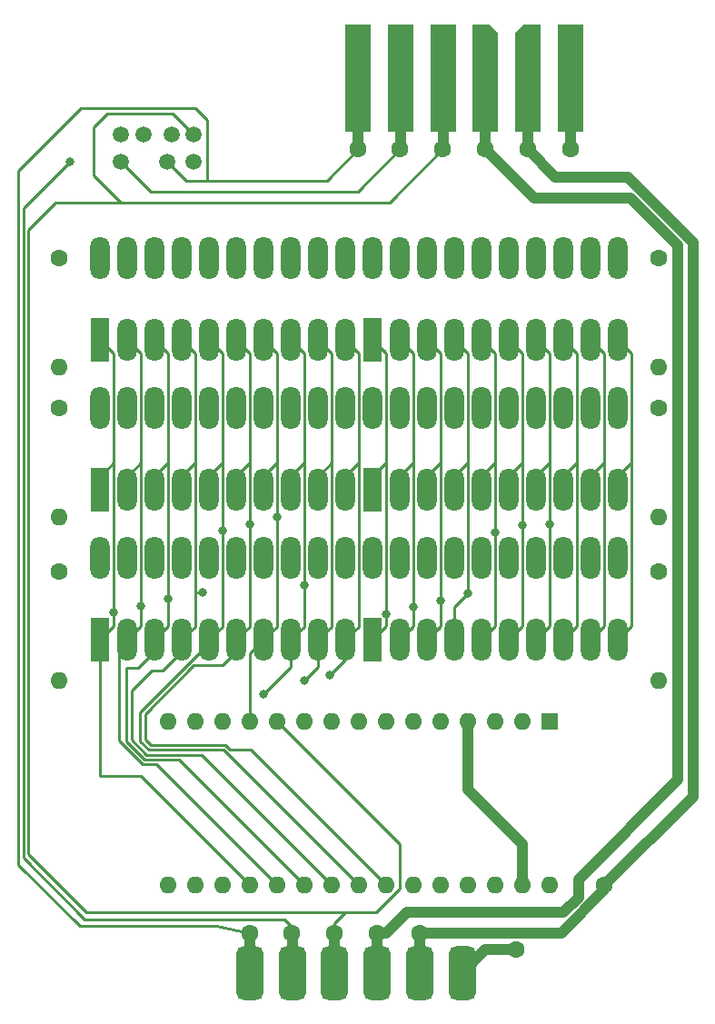
<source format=gbr>
%TF.GenerationSoftware,KiCad,Pcbnew,7.0.10-7.0.10~ubuntu20.04.1*%
%TF.CreationDate,2024-02-04T15:22:37+01:00*%
%TF.ProjectId,tapeadj,74617065-6164-46a2-9e6b-696361645f70,1.0*%
%TF.SameCoordinates,Original*%
%TF.FileFunction,Copper,L1,Top*%
%TF.FilePolarity,Positive*%
%FSLAX46Y46*%
G04 Gerber Fmt 4.6, Leading zero omitted, Abs format (unit mm)*
G04 Created by KiCad (PCBNEW 7.0.10-7.0.10~ubuntu20.04.1) date 2024-02-04 15:22:37*
%MOMM*%
%LPD*%
G01*
G04 APERTURE LIST*
G04 Aperture macros list*
%AMRoundRect*
0 Rectangle with rounded corners*
0 $1 Rounding radius*
0 $2 $3 $4 $5 $6 $7 $8 $9 X,Y pos of 4 corners*
0 Add a 4 corners polygon primitive as box body*
4,1,4,$2,$3,$4,$5,$6,$7,$8,$9,$2,$3,0*
0 Add four circle primitives for the rounded corners*
1,1,$1+$1,$2,$3*
1,1,$1+$1,$4,$5*
1,1,$1+$1,$6,$7*
1,1,$1+$1,$8,$9*
0 Add four rect primitives between the rounded corners*
20,1,$1+$1,$2,$3,$4,$5,0*
20,1,$1+$1,$4,$5,$6,$7,0*
20,1,$1+$1,$6,$7,$8,$9,0*
20,1,$1+$1,$8,$9,$2,$3,0*%
%AMOutline5P*
0 Free polygon, 5 corners , with rotation*
0 The origin of the aperture is its center*
0 number of corners: always 5*
0 $1 to $10 corner X, Y*
0 $11 Rotation angle, in degrees counterclockwise*
0 create outline with 5 corners*
4,1,5,$1,$2,$3,$4,$5,$6,$7,$8,$9,$10,$1,$2,$11*%
%AMOutline6P*
0 Free polygon, 6 corners , with rotation*
0 The origin of the aperture is its center*
0 number of corners: always 6*
0 $1 to $12 corner X, Y*
0 $13 Rotation angle, in degrees counterclockwise*
0 create outline with 6 corners*
4,1,6,$1,$2,$3,$4,$5,$6,$7,$8,$9,$10,$11,$12,$1,$2,$13*%
%AMOutline7P*
0 Free polygon, 7 corners , with rotation*
0 The origin of the aperture is its center*
0 number of corners: always 7*
0 $1 to $14 corner X, Y*
0 $15 Rotation angle, in degrees counterclockwise*
0 create outline with 7 corners*
4,1,7,$1,$2,$3,$4,$5,$6,$7,$8,$9,$10,$11,$12,$13,$14,$1,$2,$15*%
%AMOutline8P*
0 Free polygon, 8 corners , with rotation*
0 The origin of the aperture is its center*
0 number of corners: always 8*
0 $1 to $16 corner X, Y*
0 $17 Rotation angle, in degrees counterclockwise*
0 create outline with 8 corners*
4,1,8,$1,$2,$3,$4,$5,$6,$7,$8,$9,$10,$11,$12,$13,$14,$15,$16,$1,$2,$17*%
G04 Aperture macros list end*
%TA.AperFunction,SMDPad,CuDef*%
%ADD10RoundRect,0.625000X-0.625000X-1.875000X0.625000X-1.875000X0.625000X1.875000X-0.625000X1.875000X0*%
%TD*%
%TA.AperFunction,ComponentPad*%
%ADD11C,1.600000*%
%TD*%
%TA.AperFunction,ComponentPad*%
%ADD12O,1.600000X1.600000*%
%TD*%
%TA.AperFunction,ComponentPad*%
%ADD13R,1.800000X4.032000*%
%TD*%
%TA.AperFunction,ComponentPad*%
%ADD14O,1.800000X4.000000*%
%TD*%
%TA.AperFunction,SMDPad,CuDef*%
%ADD15R,2.410000X10.000000*%
%TD*%
%TA.AperFunction,SMDPad,CuDef*%
%ADD16Outline5P,-1.205000X4.156500X-0.361500X5.000000X1.205000X5.000000X1.205000X-5.000000X-1.205000X-5.000000X0.000000*%
%TD*%
%TA.AperFunction,SMDPad,CuDef*%
%ADD17Outline5P,-1.205000X5.000000X0.361500X5.000000X1.205000X4.156500X1.205000X-5.000000X-1.205000X-5.000000X0.000000*%
%TD*%
%TA.AperFunction,ComponentPad*%
%ADD18R,1.600000X1.600000*%
%TD*%
%TA.AperFunction,ComponentPad*%
%ADD19C,1.500000*%
%TD*%
%TA.AperFunction,ViaPad*%
%ADD20C,1.600000*%
%TD*%
%TA.AperFunction,ViaPad*%
%ADD21C,0.800000*%
%TD*%
%TA.AperFunction,Conductor*%
%ADD22C,1.000000*%
%TD*%
%TA.AperFunction,Conductor*%
%ADD23C,0.250000*%
%TD*%
%TA.AperFunction,Conductor*%
%ADD24C,0.254000*%
%TD*%
G04 APERTURE END LIST*
D10*
%TO.P,CN1,1*%
%TO.N,GND*%
X106127556Y-113575170D03*
%TO.P,CN1,2*%
%TO.N,+5V*%
X102167556Y-113575170D03*
%TO.P,CN1,3*%
%TO.N,/CASS_MOTOR*%
X98207556Y-113575170D03*
%TO.P,CN1,4*%
%TO.N,/CASS_RD*%
X94247556Y-113575170D03*
%TO.P,CN1,5*%
%TO.N,/CASS_WRT*%
X90287556Y-113575170D03*
%TO.P,CN1,6*%
%TO.N,/CASS_SENSE*%
X86327556Y-113575170D03*
%TD*%
D11*
%TO.P,R4,1*%
%TO.N,Net-(BAR4-K-Pad11)*%
X124460000Y-60960000D03*
D12*
%TO.P,R4,2*%
%TO.N,/BAR4*%
X124460000Y-71120000D03*
%TD*%
D11*
%TO.P,R6,1*%
%TO.N,Net-(BAR6-K-Pad11)*%
X124460000Y-76200000D03*
D12*
%TO.P,R6,2*%
%TO.N,/BAR6*%
X124460000Y-86360000D03*
%TD*%
D13*
%TO.P,BAR4,1,A*%
%TO.N,/LED0*%
X97790000Y-68580000D03*
D14*
%TO.P,BAR4,2,A*%
%TO.N,/LED1*%
X100330000Y-68580000D03*
%TO.P,BAR4,3,A*%
%TO.N,/LED2*%
X102870000Y-68580000D03*
%TO.P,BAR4,4,A*%
%TO.N,/LED3*%
X105410000Y-68580000D03*
%TO.P,BAR4,5,A*%
%TO.N,/LED4*%
X107950000Y-68580000D03*
%TO.P,BAR4,6,A*%
%TO.N,/LED5*%
X110490000Y-68580000D03*
%TO.P,BAR4,7,A*%
%TO.N,/LED6*%
X113030000Y-68580000D03*
%TO.P,BAR4,8,A*%
%TO.N,/LED7*%
X115570000Y-68580000D03*
%TO.P,BAR4,9,A*%
%TO.N,/LED8*%
X118110000Y-68580000D03*
%TO.P,BAR4,10,A*%
%TO.N,/LED9*%
X120650000Y-68580000D03*
%TO.P,BAR4,11,K*%
%TO.N,Net-(BAR4-K-Pad11)*%
X120650000Y-60960000D03*
%TO.P,BAR4,12,K*%
X118110000Y-60960000D03*
%TO.P,BAR4,13,K*%
X115570000Y-60960000D03*
%TO.P,BAR4,14,K*%
X113030000Y-60960000D03*
%TO.P,BAR4,15,K*%
X110490000Y-60960000D03*
%TO.P,BAR4,16,K*%
X107950000Y-60960000D03*
%TO.P,BAR4,17,K*%
X105410000Y-60960000D03*
%TO.P,BAR4,18,K*%
X102870000Y-60960000D03*
%TO.P,BAR4,19,K*%
X100330000Y-60960000D03*
%TO.P,BAR4,20,K*%
X97790000Y-60960000D03*
%TD*%
D11*
%TO.P,R3,1*%
%TO.N,Net-(BAR3-K-Pad11)*%
X68580000Y-60960000D03*
D12*
%TO.P,R3,2*%
%TO.N,/BAR3*%
X68580000Y-71120000D03*
%TD*%
D13*
%TO.P,BAR2,1,A*%
%TO.N,/LED0*%
X97790000Y-54610000D03*
D14*
%TO.P,BAR2,2,A*%
%TO.N,/LED1*%
X100330000Y-54610000D03*
%TO.P,BAR2,3,A*%
%TO.N,/LED2*%
X102870000Y-54610000D03*
%TO.P,BAR2,4,A*%
%TO.N,/LED3*%
X105410000Y-54610000D03*
%TO.P,BAR2,5,A*%
%TO.N,/LED4*%
X107950000Y-54610000D03*
%TO.P,BAR2,6,A*%
%TO.N,/LED5*%
X110490000Y-54610000D03*
%TO.P,BAR2,7,A*%
%TO.N,/LED6*%
X113030000Y-54610000D03*
%TO.P,BAR2,8,A*%
%TO.N,/LED7*%
X115570000Y-54610000D03*
%TO.P,BAR2,9,A*%
%TO.N,/LED8*%
X118110000Y-54610000D03*
%TO.P,BAR2,10,A*%
%TO.N,/LED9*%
X120650000Y-54610000D03*
%TO.P,BAR2,11,K*%
%TO.N,Net-(BAR2-K-Pad11)*%
X120650000Y-46990000D03*
%TO.P,BAR2,12,K*%
X118110000Y-46990000D03*
%TO.P,BAR2,13,K*%
X115570000Y-46990000D03*
%TO.P,BAR2,14,K*%
X113030000Y-46990000D03*
%TO.P,BAR2,15,K*%
X110490000Y-46990000D03*
%TO.P,BAR2,16,K*%
X107950000Y-46990000D03*
%TO.P,BAR2,17,K*%
X105410000Y-46990000D03*
%TO.P,BAR2,18,K*%
X102870000Y-46990000D03*
%TO.P,BAR2,19,K*%
X100330000Y-46990000D03*
%TO.P,BAR2,20,K*%
X97790000Y-46990000D03*
%TD*%
D13*
%TO.P,BAR1,1,A*%
%TO.N,/LED0*%
X72390000Y-54610000D03*
D14*
%TO.P,BAR1,2,A*%
%TO.N,/LED1*%
X74930000Y-54610000D03*
%TO.P,BAR1,3,A*%
%TO.N,/LED2*%
X77470000Y-54610000D03*
%TO.P,BAR1,4,A*%
%TO.N,/LED3*%
X80010000Y-54610000D03*
%TO.P,BAR1,5,A*%
%TO.N,/LED4*%
X82550000Y-54610000D03*
%TO.P,BAR1,6,A*%
%TO.N,/LED5*%
X85090000Y-54610000D03*
%TO.P,BAR1,7,A*%
%TO.N,/LED6*%
X87630000Y-54610000D03*
%TO.P,BAR1,8,A*%
%TO.N,/LED7*%
X90170000Y-54610000D03*
%TO.P,BAR1,9,A*%
%TO.N,/LED8*%
X92710000Y-54610000D03*
%TO.P,BAR1,10,A*%
%TO.N,/LED9*%
X95250000Y-54610000D03*
%TO.P,BAR1,11,K*%
%TO.N,Net-(BAR1-K-Pad11)*%
X95250000Y-46990000D03*
%TO.P,BAR1,12,K*%
X92710000Y-46990000D03*
%TO.P,BAR1,13,K*%
X90170000Y-46990000D03*
%TO.P,BAR1,14,K*%
X87630000Y-46990000D03*
%TO.P,BAR1,15,K*%
X85090000Y-46990000D03*
%TO.P,BAR1,16,K*%
X82550000Y-46990000D03*
%TO.P,BAR1,17,K*%
X80010000Y-46990000D03*
%TO.P,BAR1,18,K*%
X77470000Y-46990000D03*
%TO.P,BAR1,19,K*%
X74930000Y-46990000D03*
%TO.P,BAR1,20,K*%
X72390000Y-46990000D03*
%TD*%
D15*
%TO.P,CN2,1*%
%TO.N,GND*%
X116228045Y-30181520D03*
D16*
%TO.P,CN2,2*%
%TO.N,+5V*%
X112268045Y-30181520D03*
D17*
%TO.P,CN2,3*%
%TO.N,/CASS_MOTOR*%
X108308045Y-30181520D03*
D15*
%TO.P,CN2,4*%
%TO.N,/CASS_RD*%
X104348045Y-30181520D03*
%TO.P,CN2,5*%
%TO.N,/CASS_WRT*%
X100388045Y-30181520D03*
%TO.P,CN2,6*%
%TO.N,/CASS_SENSE*%
X96428045Y-30181520D03*
%TD*%
D11*
%TO.P,R5,1*%
%TO.N,Net-(BAR5-K-Pad11)*%
X68580000Y-76200000D03*
D12*
%TO.P,R5,2*%
%TO.N,/BAR5*%
X68580000Y-86360000D03*
%TD*%
D13*
%TO.P,BAR6,1,A*%
%TO.N,/LED0*%
X97790000Y-82550000D03*
D14*
%TO.P,BAR6,2,A*%
%TO.N,/LED1*%
X100330000Y-82550000D03*
%TO.P,BAR6,3,A*%
%TO.N,/LED2*%
X102870000Y-82550000D03*
%TO.P,BAR6,4,A*%
%TO.N,/LED3*%
X105410000Y-82550000D03*
%TO.P,BAR6,5,A*%
%TO.N,/LED4*%
X107950000Y-82550000D03*
%TO.P,BAR6,6,A*%
%TO.N,/LED5*%
X110490000Y-82550000D03*
%TO.P,BAR6,7,A*%
%TO.N,/LED6*%
X113030000Y-82550000D03*
%TO.P,BAR6,8,A*%
%TO.N,/LED7*%
X115570000Y-82550000D03*
%TO.P,BAR6,9,A*%
%TO.N,/LED8*%
X118110000Y-82550000D03*
%TO.P,BAR6,10,A*%
%TO.N,/LED9*%
X120650000Y-82550000D03*
%TO.P,BAR6,11,K*%
%TO.N,Net-(BAR6-K-Pad11)*%
X120650000Y-74930000D03*
%TO.P,BAR6,12,K*%
X118110000Y-74930000D03*
%TO.P,BAR6,13,K*%
X115570000Y-74930000D03*
%TO.P,BAR6,14,K*%
X113030000Y-74930000D03*
%TO.P,BAR6,15,K*%
X110490000Y-74930000D03*
%TO.P,BAR6,16,K*%
X107950000Y-74930000D03*
%TO.P,BAR6,17,K*%
X105410000Y-74930000D03*
%TO.P,BAR6,18,K*%
X102870000Y-74930000D03*
%TO.P,BAR6,19,K*%
X100330000Y-74930000D03*
%TO.P,BAR6,20,K*%
X97790000Y-74930000D03*
%TD*%
D13*
%TO.P,BAR3,1,A*%
%TO.N,/LED0*%
X72390000Y-68580000D03*
D14*
%TO.P,BAR3,2,A*%
%TO.N,/LED1*%
X74930000Y-68580000D03*
%TO.P,BAR3,3,A*%
%TO.N,/LED2*%
X77470000Y-68580000D03*
%TO.P,BAR3,4,A*%
%TO.N,/LED3*%
X80010000Y-68580000D03*
%TO.P,BAR3,5,A*%
%TO.N,/LED4*%
X82550000Y-68580000D03*
%TO.P,BAR3,6,A*%
%TO.N,/LED5*%
X85090000Y-68580000D03*
%TO.P,BAR3,7,A*%
%TO.N,/LED6*%
X87630000Y-68580000D03*
%TO.P,BAR3,8,A*%
%TO.N,/LED7*%
X90170000Y-68580000D03*
%TO.P,BAR3,9,A*%
%TO.N,/LED8*%
X92710000Y-68580000D03*
%TO.P,BAR3,10,A*%
%TO.N,/LED9*%
X95250000Y-68580000D03*
%TO.P,BAR3,11,K*%
%TO.N,Net-(BAR3-K-Pad11)*%
X95250000Y-60960000D03*
%TO.P,BAR3,12,K*%
X92710000Y-60960000D03*
%TO.P,BAR3,13,K*%
X90170000Y-60960000D03*
%TO.P,BAR3,14,K*%
X87630000Y-60960000D03*
%TO.P,BAR3,15,K*%
X85090000Y-60960000D03*
%TO.P,BAR3,16,K*%
X82550000Y-60960000D03*
%TO.P,BAR3,17,K*%
X80010000Y-60960000D03*
%TO.P,BAR3,18,K*%
X77470000Y-60960000D03*
%TO.P,BAR3,19,K*%
X74930000Y-60960000D03*
%TO.P,BAR3,20,K*%
X72390000Y-60960000D03*
%TD*%
D11*
%TO.P,R2,1*%
%TO.N,Net-(BAR2-K-Pad11)*%
X124460000Y-46990000D03*
D12*
%TO.P,R2,2*%
%TO.N,/BAR2*%
X124460000Y-57150000D03*
%TD*%
D18*
%TO.P,A1,1,D1/TX*%
%TO.N,unconnected-(A1-D1{slash}TX-Pad1)*%
X114300000Y-90180000D03*
D12*
%TO.P,A1,2,D0/RX*%
%TO.N,unconnected-(A1-D0{slash}RX-Pad2)*%
X111760000Y-90180000D03*
%TO.P,A1,3,~{RESET}*%
%TO.N,unconnected-(A1-~{RESET}-Pad3)*%
X109220000Y-90180000D03*
%TO.P,A1,4,GND*%
%TO.N,GND*%
X106680000Y-90180000D03*
%TO.P,A1,5,D2*%
%TO.N,/BAR1*%
X104140000Y-90180000D03*
%TO.P,A1,6,D3*%
%TO.N,/BAR2*%
X101600000Y-90180000D03*
%TO.P,A1,7,D4*%
%TO.N,/BAR3*%
X99060000Y-90180000D03*
%TO.P,A1,8,D5*%
%TO.N,/BAR4*%
X96520000Y-90180000D03*
%TO.P,A1,9,D6*%
%TO.N,/BAR5*%
X93980000Y-90180000D03*
%TO.P,A1,10,D7*%
%TO.N,/BAR6*%
X91440000Y-90180000D03*
%TO.P,A1,11,D8*%
%TO.N,/CASS_RD*%
X88900000Y-90180000D03*
%TO.P,A1,12,D9*%
%TO.N,/LED6*%
X86360000Y-90180000D03*
%TO.P,A1,13,D10*%
%TO.N,/LED7*%
X83820000Y-90180000D03*
%TO.P,A1,14,D11*%
%TO.N,/LED8*%
X81280000Y-90180000D03*
%TO.P,A1,15,D12*%
%TO.N,/LED9*%
X78740000Y-90180000D03*
%TO.P,A1,16,D13*%
%TO.N,unconnected-(A1-D13-Pad16)*%
X78740000Y-105420000D03*
%TO.P,A1,17,3V3*%
%TO.N,unconnected-(A1-3V3-Pad17)*%
X81280000Y-105420000D03*
%TO.P,A1,18,AREF*%
%TO.N,unconnected-(A1-AREF-Pad18)*%
X83820000Y-105420000D03*
%TO.P,A1,19,A0*%
%TO.N,/LED0*%
X86360000Y-105420000D03*
%TO.P,A1,20,A1*%
%TO.N,/LED1*%
X88900000Y-105420000D03*
%TO.P,A1,21,A2*%
%TO.N,/LED2*%
X91440000Y-105420000D03*
%TO.P,A1,22,A3*%
%TO.N,/LED3*%
X93980000Y-105420000D03*
%TO.P,A1,23,A4*%
%TO.N,/LED4*%
X96520000Y-105420000D03*
%TO.P,A1,24,A5*%
%TO.N,/LED5*%
X99060000Y-105420000D03*
%TO.P,A1,25,A6*%
%TO.N,unconnected-(A1-A6-Pad25)*%
X101600000Y-105420000D03*
%TO.P,A1,26,A7*%
%TO.N,unconnected-(A1-A7-Pad26)*%
X104140000Y-105420000D03*
%TO.P,A1,27,+5V*%
%TO.N,unconnected-(A1-+5V-Pad27)*%
X106680000Y-105420000D03*
%TO.P,A1,28,~{RESET}*%
%TO.N,unconnected-(A1-~{RESET}-Pad28)*%
X109220000Y-105420000D03*
%TO.P,A1,29,GND*%
%TO.N,GND*%
X111760000Y-105420000D03*
%TO.P,A1,30,VIN*%
%TO.N,+5V*%
X114300000Y-105420000D03*
%TD*%
D11*
%TO.P,R1,1*%
%TO.N,Net-(BAR1-K-Pad11)*%
X68580000Y-46990000D03*
D12*
%TO.P,R1,2*%
%TO.N,/BAR1*%
X68580000Y-57150000D03*
%TD*%
D19*
%TO.P,CN3,1,Pin_1*%
%TO.N,GND*%
X76424000Y-35473000D03*
%TO.P,CN3,2,Pin_2*%
%TO.N,+5V*%
X79024000Y-35473000D03*
%TO.P,CN3,3,Pin_3*%
%TO.N,/CASS_MOTOR*%
X74324000Y-35473000D03*
%TO.P,CN3,4,Pin_4*%
%TO.N,/CASS_RD*%
X81124000Y-35473000D03*
%TO.P,CN3,5,Pin_5*%
%TO.N,/CASS_WRT*%
X74324000Y-37973000D03*
%TO.P,CN3,6,Pin_6*%
%TO.N,/CASS_SENSE*%
X78624000Y-37973000D03*
%TO.P,CN3,7,Pin_7*%
%TO.N,GND*%
X81124000Y-37973000D03*
%TD*%
D13*
%TO.P,BAR5,1,A*%
%TO.N,/LED0*%
X72390000Y-82550000D03*
D14*
%TO.P,BAR5,2,A*%
%TO.N,/LED1*%
X74930000Y-82550000D03*
%TO.P,BAR5,3,A*%
%TO.N,/LED2*%
X77470000Y-82550000D03*
%TO.P,BAR5,4,A*%
%TO.N,/LED3*%
X80010000Y-82550000D03*
%TO.P,BAR5,5,A*%
%TO.N,/LED4*%
X82550000Y-82550000D03*
%TO.P,BAR5,6,A*%
%TO.N,/LED5*%
X85090000Y-82550000D03*
%TO.P,BAR5,7,A*%
%TO.N,/LED6*%
X87630000Y-82550000D03*
%TO.P,BAR5,8,A*%
%TO.N,/LED7*%
X90170000Y-82550000D03*
%TO.P,BAR5,9,A*%
%TO.N,/LED8*%
X92710000Y-82550000D03*
%TO.P,BAR5,10,A*%
%TO.N,/LED9*%
X95250000Y-82550000D03*
%TO.P,BAR5,11,K*%
%TO.N,Net-(BAR5-K-Pad11)*%
X95250000Y-74930000D03*
%TO.P,BAR5,12,K*%
X92710000Y-74930000D03*
%TO.P,BAR5,13,K*%
X90170000Y-74930000D03*
%TO.P,BAR5,14,K*%
X87630000Y-74930000D03*
%TO.P,BAR5,15,K*%
X85090000Y-74930000D03*
%TO.P,BAR5,16,K*%
X82550000Y-74930000D03*
%TO.P,BAR5,17,K*%
X80010000Y-74930000D03*
%TO.P,BAR5,18,K*%
X77470000Y-74930000D03*
%TO.P,BAR5,19,K*%
X74930000Y-74930000D03*
%TO.P,BAR5,20,K*%
X72390000Y-74930000D03*
%TD*%
D20*
%TO.N,GND*%
X116234353Y-36830000D03*
X111183182Y-111405000D03*
%TO.N,+5V*%
X112221649Y-36830000D03*
X102176624Y-109855000D03*
X119380000Y-105410000D03*
%TO.N,/CASS_MOTOR*%
X98201227Y-109855000D03*
X108266980Y-36830000D03*
D21*
%TO.N,/CASS_WRT*%
X69596000Y-37973000D03*
D20*
X90252519Y-109855000D03*
X100332771Y-36830000D03*
D21*
%TO.N,/LED6*%
X114300000Y-71755000D03*
X88900000Y-71120000D03*
%TO.N,/LED7*%
X87630000Y-87630000D03*
X91440000Y-77470000D03*
%TO.N,/LED8*%
X91440000Y-86360000D03*
%TO.N,/LED9*%
X93802555Y-85865000D03*
%TO.N,/LED0*%
X99060000Y-80152000D03*
X73660000Y-80010000D03*
%TO.N,/LED1*%
X76200000Y-79375000D03*
X101600000Y-79517000D03*
%TO.N,/LED2*%
X78740000Y-78740000D03*
X104140000Y-78882000D03*
D20*
%TO.N,/CASS_SENSE*%
X96436137Y-36830000D03*
X86360000Y-109855000D03*
%TO.N,/CASS_RD*%
X94247556Y-109855000D03*
X104328893Y-36830000D03*
D21*
%TO.N,/LED3*%
X81915000Y-78105000D03*
X106680000Y-78247000D03*
%TO.N,/LED4*%
X109220000Y-72532000D03*
X83820000Y-72390000D03*
%TO.N,/LED5*%
X86360000Y-71755000D03*
X111760000Y-71897000D03*
%TD*%
D22*
%TO.N,GND*%
X108297726Y-111405000D02*
X111183182Y-111405000D01*
X111760000Y-101600000D02*
X106680000Y-96520000D01*
X116228045Y-30181520D02*
X116228045Y-36823692D01*
X116228045Y-36823692D02*
X116234353Y-36830000D01*
X111760000Y-105420000D02*
X111760000Y-101600000D01*
X106680000Y-96520000D02*
X106680000Y-90180000D01*
X106127556Y-113575170D02*
X108297726Y-111405000D01*
%TO.N,+5V*%
X102176624Y-109855000D02*
X102176624Y-113566102D01*
X112268045Y-30181520D02*
X112268045Y-36783604D01*
X119380000Y-105837056D02*
X119380000Y-105410000D01*
X115362056Y-109855000D02*
X119380000Y-105837056D01*
X102176624Y-109855000D02*
X115362056Y-109855000D01*
X127635000Y-45512056D02*
X121539295Y-39416351D01*
X114808000Y-39416351D02*
X112221649Y-36830000D01*
X119380000Y-105410000D02*
X127635000Y-97155000D01*
X127635000Y-97155000D02*
X127635000Y-45512056D01*
X102176624Y-113566102D02*
X102167556Y-113575170D01*
X112268045Y-36783604D02*
X112221649Y-36830000D01*
X121539295Y-39416351D02*
X114808000Y-39416351D01*
%TO.N,/CASS_MOTOR*%
X108308045Y-30181520D02*
X108308045Y-36788935D01*
X121827888Y-41402000D02*
X112838980Y-41402000D01*
X116953161Y-106566839D02*
X116953161Y-104888161D01*
X112838980Y-41402000D02*
X108266980Y-36830000D01*
X98201227Y-109855000D02*
X99060000Y-109855000D01*
X126255444Y-95585877D02*
X126255444Y-45829556D01*
X98207556Y-109861329D02*
X98201227Y-109855000D01*
X115570000Y-107950000D02*
X116953161Y-106566839D01*
X108308045Y-36788935D02*
X108266980Y-36830000D01*
X99060000Y-109855000D02*
X100965000Y-107950000D01*
X100965000Y-107950000D02*
X115570000Y-107950000D01*
X116953161Y-104888161D02*
X126255444Y-95585877D01*
X126255444Y-45829556D02*
X121827888Y-41402000D01*
X98207556Y-113575170D02*
X98207556Y-109861329D01*
D23*
%TO.N,/CASS_WRT*%
X79052000Y-40767000D02*
X77118000Y-40767000D01*
D22*
X90287556Y-113575170D02*
X90287556Y-109890037D01*
D24*
X65224000Y-42345000D02*
X69596000Y-37973000D01*
D22*
X100388045Y-30181520D02*
X100388045Y-36774726D01*
D24*
X90252519Y-109302519D02*
X89535000Y-108585000D01*
D22*
X90287556Y-109890037D02*
X90252519Y-109855000D01*
D24*
X89535000Y-108585000D02*
X70939000Y-108585000D01*
D23*
X77118000Y-40767000D02*
X74324000Y-37973000D01*
D22*
X100388045Y-36774726D02*
X100332771Y-36830000D01*
D24*
X70939000Y-108585000D02*
X65224000Y-102870000D01*
X65224000Y-102870000D02*
X65224000Y-44638052D01*
D23*
X96395771Y-40767000D02*
X79052000Y-40767000D01*
D24*
X90252519Y-109855000D02*
X90252519Y-109302519D01*
X65224000Y-44638052D02*
X65224000Y-42345000D01*
D23*
X100332771Y-36830000D02*
X96395771Y-40767000D01*
D24*
%TO.N,/LED6*%
X114300000Y-81280000D02*
X114300000Y-66040000D01*
X87630000Y-54610000D02*
X88900000Y-55880000D01*
X88900000Y-66040000D02*
X88900000Y-71120000D01*
X88900000Y-71120000D02*
X88900000Y-81315500D01*
D23*
X86360000Y-83820000D02*
X87630000Y-82550000D01*
D24*
X114300000Y-55880000D02*
X113030000Y-54610000D01*
X87737500Y-67167000D02*
X87737500Y-68580000D01*
X114300000Y-66040000D02*
X114300000Y-55880000D01*
X113030000Y-82550000D02*
X114300000Y-81280000D01*
X88900000Y-81315500D02*
X87630000Y-82550000D01*
X113030000Y-67310000D02*
X114300000Y-66040000D01*
X88900000Y-66040000D02*
X87737500Y-67167000D01*
X113030000Y-68580000D02*
X113030000Y-67310000D01*
X88900000Y-55880000D02*
X88900000Y-66040000D01*
D23*
X86360000Y-90180000D02*
X86360000Y-83820000D01*
D24*
%TO.N,/LED7*%
X91440000Y-81315500D02*
X90170000Y-82550000D01*
X116840000Y-66040000D02*
X116840000Y-55880000D01*
X115570000Y-67310000D02*
X116840000Y-66040000D01*
X116840000Y-55880000D02*
X115570000Y-54610000D01*
X91440000Y-66040000D02*
X90277500Y-67167000D01*
X91440000Y-66040000D02*
X91440000Y-77470000D01*
X91440000Y-55880000D02*
X91440000Y-66040000D01*
X90277500Y-67167000D02*
X90277500Y-68580000D01*
D23*
X90170000Y-85090000D02*
X90170000Y-82550000D01*
D24*
X90170000Y-54610000D02*
X91440000Y-55880000D01*
D23*
X87630000Y-87630000D02*
X90170000Y-85090000D01*
D24*
X115570000Y-82550000D02*
X116840000Y-81280000D01*
X115570000Y-68580000D02*
X115570000Y-67310000D01*
X116840000Y-81280000D02*
X116840000Y-66040000D01*
X91440000Y-77470000D02*
X91440000Y-81315500D01*
%TO.N,/LED8*%
X92817500Y-68580000D02*
X92817500Y-67202500D01*
X92710000Y-54610000D02*
X93980000Y-55880000D01*
X93980000Y-55880000D02*
X93980000Y-81315500D01*
X118110000Y-82550000D02*
X119380000Y-81280000D01*
X118110000Y-68580000D02*
X118110000Y-67310000D01*
X118110000Y-67310000D02*
X119380000Y-66040000D01*
X119380000Y-66040000D02*
X119380000Y-55880000D01*
X93980000Y-81315500D02*
X92710000Y-82550000D01*
X119380000Y-55880000D02*
X118110000Y-54610000D01*
X119380000Y-81280000D02*
X119380000Y-66040000D01*
X92817500Y-67202500D02*
X93965820Y-66040000D01*
D23*
X91440000Y-86360000D02*
X92710000Y-85090000D01*
X92710000Y-85090000D02*
X92710000Y-82550000D01*
D24*
%TO.N,/LED9*%
X95357500Y-68580000D02*
X95357500Y-67167000D01*
X120650000Y-68580000D02*
X120650000Y-67310000D01*
X120650000Y-67310000D02*
X121920000Y-66040000D01*
X95357500Y-67167000D02*
X96520000Y-66040000D01*
X121920000Y-55880000D02*
X120650000Y-54610000D01*
X96520000Y-55880000D02*
X96520000Y-66040000D01*
D23*
X95250000Y-82550000D02*
X95250000Y-84417555D01*
D24*
X96520000Y-81315500D02*
X95250000Y-82550000D01*
X121920000Y-81280000D02*
X121920000Y-66040000D01*
X120650000Y-82550000D02*
X121920000Y-81280000D01*
X96520000Y-66040000D02*
X96520000Y-81315500D01*
X121920000Y-66040000D02*
X121920000Y-55880000D01*
X95250000Y-54610000D02*
X96520000Y-55880000D01*
D23*
X95250000Y-84417555D02*
X93802555Y-85865000D01*
D24*
%TO.N,/LED0*%
X72390000Y-54610000D02*
X73660000Y-55880000D01*
D23*
X99060000Y-55880000D02*
X97790000Y-54610000D01*
X99060000Y-80152000D02*
X99060000Y-66040000D01*
D24*
X73660000Y-55880000D02*
X73660000Y-66040000D01*
X76190000Y-95250000D02*
X72390000Y-95250000D01*
X97790000Y-67310000D02*
X99060000Y-66040000D01*
X72390000Y-95250000D02*
X72390000Y-82550000D01*
X72497500Y-67202500D02*
X73660000Y-66040000D01*
X97790000Y-82550000D02*
X99060000Y-81280000D01*
D23*
X99060000Y-66040000D02*
X99060000Y-55880000D01*
D24*
X97790000Y-54610000D02*
X98917000Y-55737000D01*
X86360000Y-105420000D02*
X76190000Y-95250000D01*
X73660000Y-81280000D02*
X72390000Y-82550000D01*
X99060000Y-81280000D02*
X99060000Y-80152000D01*
X72497500Y-68580000D02*
X72497500Y-67202500D01*
X97790000Y-68580000D02*
X97790000Y-67310000D01*
X97790000Y-68580000D02*
X97790000Y-67167000D01*
X73660000Y-66040000D02*
X73660000Y-81280000D01*
D23*
%TO.N,/LED1*%
X101600000Y-55880000D02*
X101600000Y-66040000D01*
D24*
X76200000Y-66040000D02*
X76200000Y-79375000D01*
D23*
X100330000Y-67310000D02*
X101600000Y-66040000D01*
D24*
X101457000Y-81423000D02*
X100330000Y-82550000D01*
X100330000Y-82550000D02*
X101600000Y-81280000D01*
X88900000Y-105420000D02*
X77644000Y-94164000D01*
X76200000Y-81280000D02*
X74930000Y-82550000D01*
X76200000Y-55880000D02*
X76200000Y-66040000D01*
X75037500Y-67202500D02*
X76200000Y-66040000D01*
X74130001Y-91952318D02*
X74130001Y-83349999D01*
X101600000Y-81280000D02*
X101600000Y-79517000D01*
D23*
X101600000Y-66040000D02*
X101600000Y-79517000D01*
X100330000Y-54610000D02*
X101600000Y-55880000D01*
X100330000Y-68580000D02*
X100330000Y-67310000D01*
D24*
X74130001Y-83349999D02*
X74930000Y-82550000D01*
X77644000Y-94164000D02*
X76341683Y-94164000D01*
X76200000Y-55880000D02*
X74930000Y-54610000D01*
X75037500Y-68580000D02*
X75037500Y-67202500D01*
X76200000Y-79375000D02*
X76200000Y-81280000D01*
X76341683Y-94164000D02*
X74130001Y-91952318D01*
%TO.N,/LED2*%
X78740000Y-66040000D02*
X77577500Y-67167000D01*
X104140000Y-81280000D02*
X104140000Y-78882000D01*
X78740000Y-78740000D02*
X78740000Y-81280000D01*
X102870000Y-68580000D02*
X102870000Y-67310000D01*
X77577500Y-67167000D02*
X77577500Y-68580000D01*
X77470000Y-83650000D02*
X75938000Y-85182000D01*
X78740000Y-81280000D02*
X77470000Y-82550000D01*
X104140000Y-78882000D02*
X104140000Y-66040000D01*
X79730000Y-93710000D02*
X76529736Y-93710000D01*
X104140000Y-55880000D02*
X102870000Y-54610000D01*
X102870000Y-82550000D02*
X104140000Y-81280000D01*
X103997000Y-81423000D02*
X102870000Y-82550000D01*
X78740000Y-55880000D02*
X78740000Y-66040000D01*
X91440000Y-105420000D02*
X79730000Y-93710000D01*
X78740000Y-66040000D02*
X78740000Y-78740000D01*
X75938000Y-85182000D02*
X74838000Y-85182000D01*
X74838000Y-92018264D02*
X74838000Y-85182000D01*
X77470000Y-82550000D02*
X77470000Y-83650000D01*
X77470000Y-54610000D02*
X78740000Y-55880000D01*
X102870000Y-67310000D02*
X104140000Y-66040000D01*
X76529736Y-93710000D02*
X74838000Y-92018264D01*
X104140000Y-66040000D02*
X104140000Y-55880000D01*
%TO.N,/CASS_SENSE*%
X86360000Y-109855000D02*
X83241871Y-109220000D01*
D23*
X81280000Y-33020000D02*
X80191280Y-33020000D01*
X80402000Y-39751000D02*
X78624000Y-37973000D01*
X96436137Y-36830000D02*
X93515137Y-39751000D01*
X93515137Y-39751000D02*
X82336000Y-39751000D01*
D22*
X96428045Y-36821908D02*
X96436137Y-36830000D01*
D24*
X70485000Y-109220000D02*
X64770000Y-103505000D01*
D23*
X82336000Y-39751000D02*
X82336000Y-34076000D01*
D22*
X96428045Y-30181520D02*
X96428045Y-36821908D01*
D24*
X64770000Y-103505000D02*
X64770000Y-38862000D01*
D23*
X82336000Y-39751000D02*
X80402000Y-39751000D01*
D24*
X64770000Y-38862000D02*
X70612000Y-33020000D01*
D22*
X86327556Y-109887444D02*
X86360000Y-109855000D01*
D24*
X83241871Y-109220000D02*
X70485000Y-109220000D01*
X70612000Y-33020000D02*
X80191280Y-33020000D01*
D22*
X86327556Y-113575170D02*
X86327556Y-109887444D01*
D23*
X82336000Y-34076000D02*
X81280000Y-33020000D01*
D24*
%TO.N,/CASS_RD*%
X95250000Y-107950000D02*
X98123819Y-107950000D01*
X71755000Y-39243000D02*
X71755000Y-34798000D01*
X73025000Y-33528000D02*
X79179000Y-33528000D01*
X71755000Y-34798000D02*
X73025000Y-33528000D01*
X95250000Y-107950000D02*
X71120000Y-107950000D01*
X100330000Y-101610000D02*
X88900000Y-90180000D01*
X79179000Y-33528000D02*
X81124000Y-35473000D01*
X71120000Y-107950000D02*
X65678000Y-102508000D01*
X94247556Y-109855000D02*
X94247556Y-108952444D01*
X74295000Y-41783000D02*
X71755000Y-39243000D01*
D22*
X104348045Y-30181520D02*
X104348045Y-36810848D01*
D24*
X100330000Y-105743819D02*
X100330000Y-101610000D01*
X94247556Y-108952444D02*
X95250000Y-107950000D01*
D22*
X104348045Y-36810848D02*
X104328893Y-36830000D01*
D24*
X68218000Y-41783000D02*
X65678000Y-44323000D01*
X104328893Y-36830000D02*
X99375893Y-41783000D01*
X74295000Y-41783000D02*
X68218000Y-41783000D01*
D22*
X94247556Y-113575170D02*
X94247556Y-109855000D01*
D24*
X65678000Y-102508000D02*
X65678000Y-44323000D01*
X99375893Y-41783000D02*
X74295000Y-41783000D01*
X98123819Y-107950000D02*
X100330000Y-105743819D01*
%TO.N,/LED3*%
X78252500Y-85407500D02*
X77152500Y-85407500D01*
X80010000Y-82550000D02*
X80010000Y-83650000D01*
X80117500Y-67167000D02*
X80117500Y-68580000D01*
X81280000Y-66040000D02*
X81280000Y-78105000D01*
X106680000Y-55880000D02*
X105410000Y-54610000D01*
X75292000Y-87268000D02*
X77152500Y-85407500D01*
X81280000Y-66040000D02*
X80117500Y-67167000D01*
X75292000Y-91830211D02*
X75292000Y-87268000D01*
X93980000Y-105420000D02*
X81816000Y-93256000D01*
X81280000Y-78105000D02*
X81280000Y-81315500D01*
X81816000Y-93256000D02*
X76717789Y-93256000D01*
X80010000Y-54610000D02*
X81280000Y-55880000D01*
X105410000Y-67310000D02*
X106680000Y-66040000D01*
X76717789Y-93256000D02*
X75292000Y-91830211D01*
X81280000Y-78105000D02*
X81915000Y-78105000D01*
X106680000Y-66040000D02*
X106680000Y-55880000D01*
X81280000Y-81315500D02*
X80010000Y-82550000D01*
X105410000Y-79517000D02*
X106680000Y-78247000D01*
X80010000Y-83650000D02*
X78252500Y-85407500D01*
X105410000Y-82550000D02*
X105410000Y-79517000D01*
X105410000Y-68580000D02*
X105410000Y-67310000D01*
X106680000Y-66040000D02*
X106680000Y-78247000D01*
X81280000Y-55880000D02*
X81280000Y-66040000D01*
%TO.N,/LED4*%
X107950000Y-67310000D02*
X109220000Y-66040000D01*
X107950000Y-82550000D02*
X109220000Y-81280000D01*
X83873792Y-92802000D02*
X96491792Y-105420000D01*
X83820000Y-81315500D02*
X82550000Y-82550000D01*
X82550000Y-82845240D02*
X76108000Y-89287240D01*
X76108000Y-89287240D02*
X76108000Y-92004159D01*
X82657500Y-67167000D02*
X82657500Y-68580000D01*
X109220000Y-81280000D02*
X109220000Y-66040000D01*
X83820000Y-66040000D02*
X83820000Y-81315500D01*
X107950000Y-68580000D02*
X107950000Y-67310000D01*
X96491792Y-105420000D02*
X96520000Y-105420000D01*
X82550000Y-54610000D02*
X83820000Y-55880000D01*
X83820000Y-66040000D02*
X82657500Y-67167000D01*
X82550000Y-82550000D02*
X82550000Y-82845240D01*
X83820000Y-55880000D02*
X83820000Y-66040000D01*
X76108000Y-92004159D02*
X76905842Y-92802000D01*
X109220000Y-55880000D02*
X107950000Y-54610000D01*
X76905842Y-92802000D02*
X83873792Y-92802000D01*
X109220000Y-66040000D02*
X109220000Y-55880000D01*
%TO.N,/LED5*%
X85090000Y-82550000D02*
X85090000Y-83650000D01*
X76562000Y-91816106D02*
X77093895Y-92348000D01*
X110490000Y-67310000D02*
X111760000Y-66040000D01*
X111760000Y-66040000D02*
X111760000Y-55880000D01*
X111760000Y-55880000D02*
X110490000Y-54610000D01*
X85197500Y-68580000D02*
X85197500Y-67167000D01*
X110490000Y-68580000D02*
X110490000Y-67310000D01*
X85197500Y-67167000D02*
X86360000Y-66040000D01*
X77093895Y-92348000D02*
X84061844Y-92348000D01*
X86360000Y-55880000D02*
X86360000Y-66040000D01*
X86360000Y-66040000D02*
X86360000Y-71755000D01*
X85090000Y-83650000D02*
X83813962Y-84926038D01*
X86442000Y-92802000D02*
X99060000Y-105420000D01*
X110490000Y-82550000D02*
X111760000Y-81280000D01*
X76562000Y-89480077D02*
X76562000Y-91816106D01*
X84061844Y-92348000D02*
X84515844Y-92802000D01*
X111760000Y-81280000D02*
X111760000Y-66040000D01*
X84515844Y-92802000D02*
X86442000Y-92802000D01*
X86360000Y-81315500D02*
X85090000Y-82550000D01*
X86360000Y-71755000D02*
X86360000Y-81315500D01*
X81116038Y-84926038D02*
X76562000Y-89480077D01*
X83813962Y-84926038D02*
X81116038Y-84926038D01*
X85090000Y-54610000D02*
X86360000Y-55880000D01*
%TD*%
M02*

</source>
